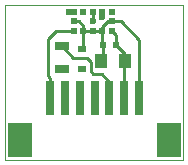
<source format=gtl>
G04 #@! TF.FileFunction,Copper,L1,Top,Signal*
%FSLAX46Y46*%
G04 Gerber Fmt 4.6, Leading zero omitted, Abs format (unit mm)*
G04 Created by KiCad (PCBNEW 4.0.7) date 01/17/18 14:55:35*
%MOMM*%
%LPD*%
G01*
G04 APERTURE LIST*
%ADD10C,0.152400*%
%ADD11C,0.100000*%
%ADD12R,0.800000X3.000000*%
%ADD13R,2.100000X3.000000*%
%ADD14R,1.000000X1.250000*%
%ADD15R,0.600000X0.500000*%
%ADD16R,0.800000X0.600000*%
%ADD17R,0.500000X0.500000*%
%ADD18R,1.300000X0.700000*%
%ADD19C,0.600000*%
%ADD20C,0.250000*%
G04 APERTURE END LIST*
D10*
D11*
X29400000Y-27500000D02*
X14300000Y-27500000D01*
X29400000Y-14300000D02*
X29400000Y-27500000D01*
X28900000Y-14300000D02*
X29400000Y-14300000D01*
X14300000Y-14300000D02*
X28900000Y-14300000D01*
X14300000Y-27500000D02*
X14300000Y-14300000D01*
D12*
X21890000Y-22190000D03*
X23140000Y-22190000D03*
X24390000Y-22190000D03*
X20640000Y-22190000D03*
X19390000Y-22190000D03*
D13*
X28190000Y-25790000D03*
X15590000Y-25790000D03*
D12*
X25640000Y-22190000D03*
X18140000Y-22190000D03*
D14*
X24425000Y-19050000D03*
X22425000Y-19050000D03*
D15*
X23700000Y-17725000D03*
X22600000Y-17725000D03*
D16*
X20800000Y-18050000D03*
X20800000Y-19750000D03*
D17*
X22525000Y-14925000D03*
X21725000Y-14925000D03*
X23325000Y-14925000D03*
X20925000Y-14925000D03*
X22525000Y-16525000D03*
X21725000Y-16525000D03*
X20925000Y-16525000D03*
X20125000Y-16525000D03*
X23325000Y-15725000D03*
X23325000Y-16525000D03*
X20125000Y-15725000D03*
X20125000Y-14925000D03*
D18*
X19100000Y-19750000D03*
X19100000Y-17850000D03*
D19*
X22510000Y-15320000D03*
X21890000Y-22190000D03*
X20600000Y-22260000D03*
X21720000Y-15720000D03*
X19390000Y-22190000D03*
X19720000Y-14960000D03*
D20*
X23700000Y-17725000D02*
X23700000Y-16900000D01*
X23700000Y-16900000D02*
X23325000Y-16525000D01*
X24425000Y-19050000D02*
X24425000Y-18450000D01*
X24425000Y-18450000D02*
X23700000Y-17725000D01*
X24390000Y-22190000D02*
X24390000Y-19085000D01*
X24390000Y-19085000D02*
X24425000Y-19050000D01*
X23325000Y-15725000D02*
X23035000Y-15725000D01*
X22525000Y-16235000D02*
X22525000Y-16525000D01*
X23035000Y-15725000D02*
X22525000Y-16235000D01*
X25640000Y-22190000D02*
X25640000Y-17270000D01*
X24095000Y-15725000D02*
X23325000Y-15725000D01*
X25640000Y-17270000D02*
X24095000Y-15725000D01*
X20925000Y-16525000D02*
X20925000Y-16125000D01*
X20525000Y-15725000D02*
X20125000Y-15725000D01*
X20925000Y-16125000D02*
X20525000Y-15725000D01*
X20925000Y-16525000D02*
X20925000Y-17925000D01*
X20925000Y-17925000D02*
X20800000Y-18050000D01*
X21725000Y-16525000D02*
X20925000Y-16525000D01*
X22525000Y-16525000D02*
X21725000Y-16525000D01*
X22600000Y-17725000D02*
X22600000Y-18875000D01*
X22600000Y-18875000D02*
X22425000Y-19050000D01*
X22525000Y-16525000D02*
X22525000Y-17650000D01*
X22525000Y-17650000D02*
X22600000Y-17725000D01*
X22525000Y-15305000D02*
X22510000Y-15320000D01*
X22525000Y-15305000D02*
X22525000Y-14925000D01*
X21725000Y-14925000D02*
X21725000Y-15715000D01*
X20600000Y-22260000D02*
X20640000Y-22220000D01*
X21725000Y-15715000D02*
X21720000Y-15720000D01*
X20640000Y-22220000D02*
X20640000Y-22190000D01*
X18140000Y-22190000D02*
X18140000Y-20550000D01*
X18635000Y-16525000D02*
X20125000Y-16525000D01*
X17940000Y-17220000D02*
X18635000Y-16525000D01*
X17940000Y-20350000D02*
X17940000Y-17220000D01*
X18140000Y-20550000D02*
X17940000Y-20350000D01*
X20125000Y-14925000D02*
X19755000Y-14925000D01*
X19720000Y-14960000D02*
X19755000Y-14925000D01*
X23140000Y-22190000D02*
X23140000Y-20830000D01*
X23140000Y-20830000D02*
X22480000Y-20170000D01*
X22480000Y-20170000D02*
X21770000Y-20170000D01*
X21770000Y-20170000D02*
X21560000Y-19960000D01*
X21560000Y-19960000D02*
X21560000Y-19180000D01*
X21560000Y-19180000D02*
X21220000Y-18840000D01*
X21220000Y-18840000D02*
X20090000Y-18840000D01*
X20090000Y-18840000D02*
X19100000Y-17850000D01*
M02*

</source>
